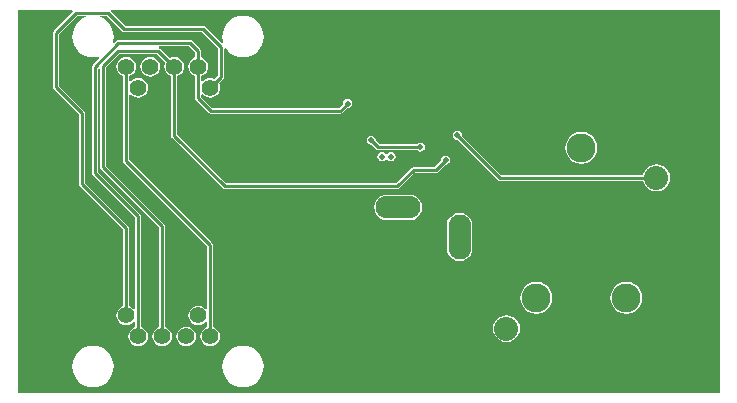
<source format=gbl>
G04*
G04 #@! TF.GenerationSoftware,Altium Limited,Altium Designer,20.2.3 (150)*
G04*
G04 Layer_Physical_Order=4*
G04 Layer_Color=16711680*
%FSLAX25Y25*%
%MOIN*%
G70*
G04*
G04 #@! TF.SameCoordinates,D589E21F-5B4D-4C87-A750-38AF030900ED*
G04*
G04*
G04 #@! TF.FilePolarity,Positive*
G04*
G01*
G75*
%ADD10C,0.01000*%
%ADD38C,0.08200*%
%ADD39C,0.05500*%
%ADD40C,0.08000*%
%ADD41C,0.09600*%
%ADD42O,0.07480X0.14961*%
%ADD43O,0.14961X0.07480*%
%ADD44C,0.02000*%
G36*
X294256Y40390D02*
X60075D01*
Y168272D01*
X78328D01*
X78535Y167772D01*
X72114Y161351D01*
X71893Y161020D01*
X71815Y160630D01*
Y142520D01*
X71893Y142130D01*
X72114Y141799D01*
X80476Y133436D01*
Y110236D01*
X80554Y109846D01*
X80775Y109515D01*
X95217Y95074D01*
Y69466D01*
X94597Y69209D01*
X93918Y68688D01*
X93397Y68009D01*
X93070Y67219D01*
X92958Y66370D01*
X93070Y65522D01*
X93397Y64731D01*
X93918Y64052D01*
X94597Y63531D01*
X95388Y63204D01*
X96236Y63092D01*
X97085Y63204D01*
X97875Y63531D01*
X98554Y64052D01*
X98717Y64264D01*
X99217Y64094D01*
Y62466D01*
X98597Y62209D01*
X97918Y61688D01*
X97397Y61009D01*
X97070Y60219D01*
X96958Y59370D01*
X97070Y58522D01*
X97397Y57731D01*
X97918Y57052D01*
X98597Y56531D01*
X99388Y56204D01*
X100236Y56092D01*
X101085Y56204D01*
X101875Y56531D01*
X102554Y57052D01*
X103075Y57731D01*
X103403Y58522D01*
X103514Y59370D01*
X103403Y60219D01*
X103075Y61009D01*
X102554Y61688D01*
X101875Y62209D01*
X101256Y62466D01*
Y99370D01*
X101178Y99760D01*
X100957Y100091D01*
X86846Y114202D01*
Y148646D01*
X87063Y148815D01*
X87563Y148570D01*
Y115748D01*
X87641Y115358D01*
X87862Y115027D01*
X107217Y95672D01*
Y62466D01*
X106597Y62209D01*
X105918Y61688D01*
X105397Y61009D01*
X105070Y60219D01*
X104958Y59370D01*
X105070Y58522D01*
X105397Y57731D01*
X105918Y57052D01*
X106597Y56531D01*
X107388Y56204D01*
X108236Y56092D01*
X109085Y56204D01*
X109875Y56531D01*
X110554Y57052D01*
X111075Y57731D01*
X111403Y58522D01*
X111514Y59370D01*
X111403Y60219D01*
X111075Y61009D01*
X110554Y61688D01*
X109875Y62209D01*
X109256Y62466D01*
Y96095D01*
X109178Y96485D01*
X108957Y96815D01*
X89602Y116170D01*
Y149184D01*
X94028Y153610D01*
X106476D01*
X109326Y150759D01*
X109070Y150140D01*
X108958Y149291D01*
X109070Y148443D01*
X109397Y147652D01*
X109918Y146973D01*
X110597Y146452D01*
X111217Y146196D01*
Y126347D01*
X111294Y125956D01*
X111515Y125626D01*
X128413Y108728D01*
X128744Y108507D01*
X129134Y108429D01*
X186614D01*
X187004Y108507D01*
X187335Y108728D01*
X192548Y113941D01*
X199606D01*
X199996Y114019D01*
X200327Y114240D01*
X202683Y116595D01*
X202756Y116581D01*
X203341Y116697D01*
X203837Y117029D01*
X204169Y117525D01*
X204285Y118110D01*
X204169Y118695D01*
X203837Y119192D01*
X203341Y119523D01*
X202756Y119640D01*
X202171Y119523D01*
X201675Y119192D01*
X201343Y118695D01*
X201226Y118110D01*
X201241Y118037D01*
X199184Y115980D01*
X192126D01*
X191736Y115903D01*
X191405Y115682D01*
X186192Y110468D01*
X129556D01*
X113256Y126769D01*
Y146196D01*
X113875Y146452D01*
X114554Y146973D01*
X115075Y147652D01*
X115403Y148443D01*
X115514Y149291D01*
X115403Y150140D01*
X115075Y150930D01*
X114554Y151609D01*
X113875Y152130D01*
X113085Y152458D01*
X112236Y152569D01*
X111388Y152458D01*
X110768Y152201D01*
X107619Y155350D01*
X107289Y155571D01*
X107358Y156067D01*
X117294D01*
X119217Y154145D01*
Y152387D01*
X118597Y152130D01*
X117918Y151609D01*
X117397Y150930D01*
X117070Y150140D01*
X116958Y149291D01*
X117070Y148443D01*
X117397Y147652D01*
X117918Y146973D01*
X118597Y146452D01*
X119217Y146196D01*
Y138819D01*
X119294Y138429D01*
X119515Y138098D01*
X123688Y133925D01*
X124019Y133704D01*
X124409Y133626D01*
X167717D01*
X168107Y133704D01*
X168438Y133925D01*
X170006Y135493D01*
X170079Y135478D01*
X170664Y135595D01*
X171160Y135926D01*
X171492Y136423D01*
X171608Y137008D01*
X171492Y137593D01*
X171160Y138089D01*
X170664Y138421D01*
X170079Y138537D01*
X169493Y138421D01*
X168997Y138089D01*
X168666Y137593D01*
X168549Y137008D01*
X168564Y136935D01*
X167294Y135665D01*
X124832D01*
X121256Y139241D01*
Y140015D01*
X121756Y140185D01*
X121918Y139973D01*
X122597Y139453D01*
X123388Y139125D01*
X124236Y139013D01*
X125085Y139125D01*
X125875Y139453D01*
X126554Y139973D01*
X127075Y140652D01*
X127403Y141443D01*
X127514Y142291D01*
X127403Y143140D01*
X127146Y143759D01*
X128674Y145287D01*
X128895Y145618D01*
X128972Y146008D01*
Y155312D01*
X129471Y155439D01*
X130334Y154389D01*
X131384Y153526D01*
X132583Y152886D01*
X133884Y152491D01*
X135236Y152358D01*
X136589Y152491D01*
X137890Y152886D01*
X139088Y153526D01*
X140139Y154389D01*
X141001Y155439D01*
X141642Y156638D01*
X142036Y157939D01*
X142170Y159291D01*
X142036Y160644D01*
X141642Y161945D01*
X141001Y163143D01*
X140139Y164194D01*
X139088Y165056D01*
X137890Y165697D01*
X136589Y166092D01*
X135236Y166225D01*
X133884Y166092D01*
X132583Y165697D01*
X131384Y165056D01*
X130334Y164194D01*
X129471Y163143D01*
X128831Y161945D01*
X128436Y160644D01*
X128303Y159291D01*
X128436Y157939D01*
X128596Y157411D01*
X128154Y157146D01*
X122768Y162532D01*
X122437Y162753D01*
X122047Y162831D01*
X96092D01*
X91150Y167772D01*
X91357Y168272D01*
X294256D01*
X294256Y40390D01*
D02*
G37*
G36*
X94948Y161090D02*
X95279Y160869D01*
X95669Y160791D01*
X121625D01*
X126933Y155483D01*
Y146430D01*
X125704Y145201D01*
X125085Y145458D01*
X124236Y145569D01*
X123388Y145458D01*
X122597Y145130D01*
X121918Y144609D01*
X121756Y144397D01*
X121256Y144567D01*
Y146196D01*
X121875Y146452D01*
X122554Y146973D01*
X123075Y147652D01*
X123403Y148443D01*
X123514Y149291D01*
X123403Y150140D01*
X123075Y150930D01*
X122554Y151609D01*
X121875Y152130D01*
X121256Y152387D01*
Y154567D01*
X121178Y154957D01*
X120957Y155288D01*
X118438Y157808D01*
X118107Y158029D01*
X117717Y158106D01*
X93701D01*
X93311Y158029D01*
X92980Y157808D01*
X92318Y157146D01*
X91876Y157411D01*
X92036Y157939D01*
X92170Y159291D01*
X92036Y160644D01*
X91642Y161945D01*
X91001Y163143D01*
X90139Y164194D01*
X89088Y165056D01*
X87889Y165697D01*
X87539Y165803D01*
X87613Y166303D01*
X89735D01*
X94948Y161090D01*
D02*
G37*
G36*
X82933Y165803D02*
X82583Y165697D01*
X81384Y165056D01*
X80334Y164194D01*
X79471Y163143D01*
X78831Y161945D01*
X78436Y160644D01*
X78303Y159291D01*
X78436Y157939D01*
X78831Y156638D01*
X79471Y155439D01*
X80334Y154389D01*
X81384Y153526D01*
X82583Y152886D01*
X83884Y152491D01*
X85236Y152358D01*
X86589Y152491D01*
X87116Y152651D01*
X87381Y152209D01*
X85106Y149934D01*
X84885Y149603D01*
X84807Y149213D01*
Y113779D01*
X84885Y113389D01*
X85106Y113059D01*
X99217Y98948D01*
Y68646D01*
X98717Y68476D01*
X98554Y68688D01*
X97875Y69209D01*
X97256Y69466D01*
Y95496D01*
X97178Y95886D01*
X96957Y96217D01*
X82516Y110659D01*
Y133858D01*
X82438Y134248D01*
X82217Y134579D01*
X73854Y142942D01*
Y160208D01*
X79950Y166303D01*
X82859D01*
X82933Y165803D01*
D02*
G37*
%LPC*%
G36*
X104236Y152569D02*
X103388Y152458D01*
X102597Y152130D01*
X101918Y151609D01*
X101397Y150930D01*
X101070Y150140D01*
X100958Y149291D01*
X101070Y148443D01*
X101397Y147652D01*
X101918Y146973D01*
X102597Y146452D01*
X103388Y146125D01*
X104236Y146013D01*
X105085Y146125D01*
X105875Y146452D01*
X106554Y146973D01*
X107075Y147652D01*
X107403Y148443D01*
X107514Y149291D01*
X107403Y150140D01*
X107075Y150930D01*
X106554Y151609D01*
X105875Y152130D01*
X105085Y152458D01*
X104236Y152569D01*
D02*
G37*
G36*
X96236D02*
X95388Y152458D01*
X94597Y152130D01*
X93918Y151609D01*
X93397Y150930D01*
X93070Y150140D01*
X92958Y149291D01*
X93070Y148443D01*
X93397Y147652D01*
X93918Y146973D01*
X94597Y146452D01*
X95217Y146196D01*
Y117937D01*
X95294Y117547D01*
X95515Y117216D01*
X123217Y89515D01*
Y68646D01*
X122717Y68476D01*
X122554Y68688D01*
X121875Y69209D01*
X121085Y69536D01*
X120236Y69648D01*
X119388Y69536D01*
X118597Y69209D01*
X117918Y68688D01*
X117397Y68009D01*
X117070Y67219D01*
X116958Y66370D01*
X117070Y65522D01*
X117397Y64731D01*
X117918Y64052D01*
X118597Y63531D01*
X119388Y63204D01*
X120236Y63092D01*
X121085Y63204D01*
X121875Y63531D01*
X122554Y64052D01*
X122717Y64264D01*
X123217Y64094D01*
Y62466D01*
X122597Y62209D01*
X121918Y61688D01*
X121397Y61009D01*
X121070Y60219D01*
X120958Y59370D01*
X121070Y58522D01*
X121397Y57731D01*
X121918Y57052D01*
X122597Y56531D01*
X123388Y56204D01*
X124236Y56092D01*
X125085Y56204D01*
X125875Y56531D01*
X126554Y57052D01*
X127075Y57731D01*
X127403Y58522D01*
X127514Y59370D01*
X127403Y60219D01*
X127075Y61009D01*
X126554Y61688D01*
X125875Y62209D01*
X125256Y62466D01*
Y89937D01*
X125178Y90327D01*
X124957Y90658D01*
X97256Y118359D01*
Y140015D01*
X97756Y140185D01*
X97918Y139973D01*
X98597Y139453D01*
X99388Y139125D01*
X100236Y139013D01*
X101085Y139125D01*
X101875Y139453D01*
X102554Y139973D01*
X103075Y140652D01*
X103403Y141443D01*
X103514Y142291D01*
X103403Y143140D01*
X103075Y143930D01*
X102554Y144609D01*
X101875Y145130D01*
X101085Y145458D01*
X100236Y145569D01*
X99388Y145458D01*
X98597Y145130D01*
X97918Y144609D01*
X97756Y144397D01*
X97256Y144567D01*
Y146196D01*
X97875Y146452D01*
X98554Y146973D01*
X99075Y147652D01*
X99403Y148443D01*
X99514Y149291D01*
X99403Y150140D01*
X99075Y150930D01*
X98554Y151609D01*
X97875Y152130D01*
X97085Y152458D01*
X96236Y152569D01*
D02*
G37*
G36*
X177953Y126332D02*
X177367Y126216D01*
X176871Y125885D01*
X176540Y125388D01*
X176423Y124803D01*
X176540Y124218D01*
X176871Y123722D01*
X177367Y123390D01*
X177953Y123274D01*
X178026Y123288D01*
X179585Y121729D01*
X179916Y121508D01*
X180306Y121431D01*
X193257D01*
X193298Y121369D01*
X193795Y121037D01*
X194380Y120921D01*
X194965Y121037D01*
X195461Y121369D01*
X195793Y121865D01*
X195909Y122450D01*
X195793Y123035D01*
X195461Y123531D01*
X194965Y123863D01*
X194380Y123979D01*
X193795Y123863D01*
X193298Y123531D01*
X193257Y123470D01*
X180728D01*
X179468Y124730D01*
X179482Y124803D01*
X179366Y125388D01*
X179034Y125885D01*
X178538Y126216D01*
X177953Y126332D01*
D02*
G37*
G36*
X184614Y120821D02*
X184029Y120704D01*
X183533Y120373D01*
X183339Y120083D01*
X182771D01*
X182578Y120373D01*
X182081Y120704D01*
X181496Y120821D01*
X180911Y120704D01*
X180415Y120373D01*
X180083Y119877D01*
X179967Y119291D01*
X180083Y118706D01*
X180415Y118210D01*
X180911Y117878D01*
X181496Y117762D01*
X182081Y117878D01*
X182578Y118210D01*
X182771Y118500D01*
X183339D01*
X183533Y118210D01*
X184029Y117878D01*
X184614Y117762D01*
X185199Y117878D01*
X185696Y118210D01*
X186027Y118706D01*
X186144Y119291D01*
X186027Y119877D01*
X185696Y120373D01*
X185199Y120704D01*
X184614Y120821D01*
D02*
G37*
G36*
X248031Y127616D02*
X246648Y127434D01*
X245359Y126900D01*
X244251Y126050D01*
X243402Y124943D01*
X242868Y123654D01*
X242686Y122270D01*
X242868Y120887D01*
X243402Y119597D01*
X244251Y118490D01*
X245359Y117640D01*
X246648Y117106D01*
X248031Y116924D01*
X249415Y117106D01*
X250704Y117640D01*
X251812Y118490D01*
X252661Y119597D01*
X253195Y120887D01*
X253377Y122270D01*
X253195Y123654D01*
X252661Y124943D01*
X251812Y126050D01*
X250704Y126900D01*
X249415Y127434D01*
X248031Y127616D01*
D02*
G37*
G36*
X206693Y127907D02*
X206108Y127791D01*
X205611Y127459D01*
X205280Y126963D01*
X205164Y126378D01*
X205280Y125793D01*
X205611Y125296D01*
X206108Y124965D01*
X206693Y124849D01*
X206766Y124863D01*
X220080Y111549D01*
X220411Y111328D01*
X220801Y111250D01*
X268627D01*
X268647Y111095D01*
X269101Y110001D01*
X269822Y109061D01*
X270762Y108339D01*
X271857Y107886D01*
X273031Y107731D01*
X274206Y107886D01*
X275301Y108339D01*
X276241Y109061D01*
X276962Y110001D01*
X277416Y111095D01*
X277570Y112270D01*
X277416Y113445D01*
X276962Y114540D01*
X276241Y115480D01*
X275301Y116201D01*
X274206Y116654D01*
X273031Y116809D01*
X271857Y116654D01*
X270762Y116201D01*
X269822Y115480D01*
X269101Y114540D01*
X268647Y113445D01*
X268627Y113290D01*
X221223D01*
X208208Y126305D01*
X208222Y126378D01*
X208106Y126963D01*
X207774Y127459D01*
X207278Y127791D01*
X206693Y127907D01*
D02*
G37*
G36*
X190677Y106667D02*
X183197D01*
X182090Y106521D01*
X181059Y106094D01*
X180173Y105414D01*
X179493Y104528D01*
X179066Y103497D01*
X178920Y102390D01*
X179066Y101283D01*
X179493Y100251D01*
X180173Y99366D01*
X181059Y98686D01*
X182090Y98259D01*
X183197Y98113D01*
X190677D01*
X191784Y98259D01*
X192815Y98686D01*
X193701Y99366D01*
X194381Y100251D01*
X194808Y101283D01*
X194954Y102390D01*
X194808Y103497D01*
X194381Y104528D01*
X193701Y105414D01*
X192815Y106094D01*
X191784Y106521D01*
X190677Y106667D01*
D02*
G37*
G36*
X207410Y100564D02*
X206303Y100418D01*
X205271Y99991D01*
X204385Y99312D01*
X203706Y98426D01*
X203278Y97394D01*
X203133Y96287D01*
Y88807D01*
X203278Y87700D01*
X203706Y86669D01*
X204385Y85783D01*
X205271Y85103D01*
X206303Y84676D01*
X207410Y84530D01*
X208516Y84676D01*
X209548Y85103D01*
X210434Y85783D01*
X211113Y86669D01*
X211541Y87700D01*
X211686Y88807D01*
Y96287D01*
X211541Y97394D01*
X211113Y98426D01*
X210434Y99312D01*
X209548Y99991D01*
X208516Y100418D01*
X207410Y100564D01*
D02*
G37*
G36*
X263032Y77616D02*
X261648Y77434D01*
X260359Y76900D01*
X259251Y76050D01*
X258402Y74943D01*
X257868Y73654D01*
X257686Y72270D01*
X257868Y70886D01*
X258402Y69597D01*
X259251Y68490D01*
X260359Y67641D01*
X261648Y67106D01*
X263032Y66924D01*
X264415Y67106D01*
X265704Y67641D01*
X266811Y68490D01*
X267661Y69597D01*
X268195Y70886D01*
X268377Y72270D01*
X268195Y73654D01*
X267661Y74943D01*
X266811Y76050D01*
X265704Y76900D01*
X264415Y77434D01*
X263032Y77616D01*
D02*
G37*
G36*
X233032D02*
X231648Y77434D01*
X230359Y76900D01*
X229252Y76050D01*
X228402Y74943D01*
X227868Y73654D01*
X227686Y72270D01*
X227868Y70886D01*
X228402Y69597D01*
X229252Y68490D01*
X230359Y67641D01*
X231648Y67106D01*
X233032Y66924D01*
X234415Y67106D01*
X235704Y67641D01*
X236811Y68490D01*
X237661Y69597D01*
X238195Y70886D01*
X238377Y72270D01*
X238195Y73654D01*
X237661Y74943D01*
X236811Y76050D01*
X235704Y76900D01*
X234415Y77434D01*
X233032Y77616D01*
D02*
G37*
G36*
X223031Y66509D02*
X221857Y66354D01*
X220762Y65901D01*
X219822Y65180D01*
X219101Y64240D01*
X218647Y63145D01*
X218493Y61970D01*
X218647Y60795D01*
X219101Y59701D01*
X219822Y58761D01*
X220762Y58039D01*
X221857Y57586D01*
X223031Y57431D01*
X224206Y57586D01*
X225301Y58039D01*
X226241Y58761D01*
X226962Y59701D01*
X227416Y60795D01*
X227570Y61970D01*
X227416Y63145D01*
X226962Y64240D01*
X226241Y65180D01*
X225301Y65901D01*
X224206Y66354D01*
X223031Y66509D01*
D02*
G37*
G36*
X116236Y62648D02*
X115388Y62536D01*
X114597Y62209D01*
X113918Y61688D01*
X113397Y61009D01*
X113070Y60219D01*
X112958Y59370D01*
X113070Y58522D01*
X113397Y57731D01*
X113918Y57052D01*
X114597Y56531D01*
X115388Y56204D01*
X116236Y56092D01*
X117085Y56204D01*
X117875Y56531D01*
X118554Y57052D01*
X119075Y57731D01*
X119403Y58522D01*
X119514Y59370D01*
X119403Y60219D01*
X119075Y61009D01*
X118554Y61688D01*
X117875Y62209D01*
X117085Y62536D01*
X116236Y62648D01*
D02*
G37*
G36*
X135236Y56304D02*
X133884Y56170D01*
X132583Y55776D01*
X131384Y55135D01*
X130334Y54273D01*
X129471Y53222D01*
X128831Y52023D01*
X128436Y50723D01*
X128303Y49370D01*
X128436Y48017D01*
X128831Y46717D01*
X129471Y45518D01*
X130334Y44467D01*
X131384Y43605D01*
X132583Y42965D01*
X133884Y42570D01*
X135236Y42437D01*
X136589Y42570D01*
X137890Y42965D01*
X139088Y43605D01*
X140139Y44467D01*
X141001Y45518D01*
X141642Y46717D01*
X142036Y48017D01*
X142170Y49370D01*
X142036Y50723D01*
X141642Y52023D01*
X141001Y53222D01*
X140139Y54273D01*
X139088Y55135D01*
X137890Y55776D01*
X136589Y56170D01*
X135236Y56304D01*
D02*
G37*
G36*
X85236D02*
X83884Y56170D01*
X82583Y55776D01*
X81384Y55135D01*
X80334Y54273D01*
X79471Y53222D01*
X78831Y52023D01*
X78436Y50723D01*
X78303Y49370D01*
X78436Y48017D01*
X78831Y46717D01*
X79471Y45518D01*
X80334Y44467D01*
X81384Y43605D01*
X82583Y42965D01*
X83884Y42570D01*
X85236Y42437D01*
X86589Y42570D01*
X87889Y42965D01*
X89088Y43605D01*
X90139Y44467D01*
X91001Y45518D01*
X91642Y46717D01*
X92036Y48017D01*
X92170Y49370D01*
X92036Y50723D01*
X91642Y52023D01*
X91001Y53222D01*
X90139Y54273D01*
X89088Y55135D01*
X87889Y55776D01*
X86589Y56170D01*
X85236Y56304D01*
D02*
G37*
%LPD*%
D10*
X129134Y109449D02*
X186614D01*
X192126Y114961D01*
X199606D02*
X202756Y118110D01*
X192126Y114961D02*
X199606D01*
X112236Y126347D02*
X129134Y109449D01*
X220801Y112270D02*
X273031D01*
X206693Y126378D02*
X220801Y112270D01*
X88583Y115748D02*
Y149606D01*
Y115748D02*
X108236Y96095D01*
X88583Y149606D02*
X93606Y154629D01*
X106898D01*
X85827Y113779D02*
Y149213D01*
X93701Y157087D01*
X117717D01*
X106898Y154629D02*
X112236Y149291D01*
X79528Y167323D02*
X90158D01*
X95669Y161811D02*
X122047D01*
X90158Y167323D02*
X95669Y161811D01*
X122047D02*
X127953Y155905D01*
Y146008D02*
Y155905D01*
X124236Y142291D02*
X127953Y146008D01*
X81496Y110236D02*
Y133858D01*
X72835Y142520D02*
X81496Y133858D01*
X72835Y160630D02*
X79528Y167323D01*
X72835Y142520D02*
Y160630D01*
X81496Y110236D02*
X96236Y95496D01*
Y66370D02*
Y95496D01*
X180306Y122450D02*
X194380D01*
X177953Y124803D02*
X180306Y122450D01*
X167717Y134646D02*
X170079Y137008D01*
X124409Y134646D02*
X167717D01*
X120236Y138819D02*
X124409Y134646D01*
X120236Y138819D02*
Y149291D01*
X112236Y126347D02*
Y149291D01*
X117717Y157087D02*
X120236Y154567D01*
Y149291D02*
Y154567D01*
X85827Y113779D02*
X100236Y99370D01*
Y59370D02*
Y99370D01*
X96236Y117937D02*
Y149291D01*
Y117937D02*
X124236Y89937D01*
X108236Y59370D02*
Y96095D01*
X124236Y59370D02*
Y89937D01*
D38*
X78236Y145791D02*
D03*
X142236D02*
D03*
Y62870D02*
D03*
X78236D02*
D03*
D39*
X124236Y142291D02*
D03*
X120236Y149291D02*
D03*
X116236Y142291D02*
D03*
X112236Y149291D02*
D03*
X108236Y142291D02*
D03*
X104236Y149291D02*
D03*
X100236Y142291D02*
D03*
X96236Y149291D02*
D03*
Y66370D02*
D03*
X100236Y59370D02*
D03*
X104236Y66370D02*
D03*
X108236Y59370D02*
D03*
X112236Y66370D02*
D03*
X116236Y59370D02*
D03*
X120236Y66370D02*
D03*
X124236Y59370D02*
D03*
D40*
X273031Y112270D02*
D03*
X248031Y61970D02*
D03*
X223031D02*
D03*
D41*
X263032Y72270D02*
D03*
X233032D02*
D03*
X248031Y122270D02*
D03*
D42*
X207410Y92547D02*
D03*
D43*
X186937Y102390D02*
D03*
Y48453D02*
D03*
D44*
X100394Y137008D02*
D03*
X194488Y109843D02*
D03*
X182677Y112992D02*
D03*
X184614Y119291D02*
D03*
X70866Y165354D02*
D03*
X102362D02*
D03*
X110236D02*
D03*
X118110D02*
D03*
X125984D02*
D03*
X141732D02*
D03*
X149606D02*
D03*
X157480D02*
D03*
X165354D02*
D03*
X173228D02*
D03*
X181102D02*
D03*
X188976D02*
D03*
X196850D02*
D03*
X204724D02*
D03*
X212598D02*
D03*
X220472D02*
D03*
X228346D02*
D03*
X236220D02*
D03*
X244094D02*
D03*
X251968D02*
D03*
X259842D02*
D03*
X267716D02*
D03*
X275590D02*
D03*
X283464D02*
D03*
X62992D02*
D03*
X283464Y43307D02*
D03*
X275590D02*
D03*
X267716D02*
D03*
X259842D02*
D03*
X251968D02*
D03*
X244094D02*
D03*
X236220D02*
D03*
X228346D02*
D03*
X220472D02*
D03*
X212598D02*
D03*
X204724D02*
D03*
X196850D02*
D03*
X188976D02*
D03*
X181102D02*
D03*
X173228D02*
D03*
X165354D02*
D03*
X157480D02*
D03*
X149606D02*
D03*
X141732D02*
D03*
X125984D02*
D03*
X118110D02*
D03*
X110236D02*
D03*
X102362D02*
D03*
X94488D02*
D03*
X78740D02*
D03*
X70866D02*
D03*
X112992Y104724D02*
D03*
X112205Y81890D02*
D03*
X197638Y118898D02*
D03*
X189764Y119291D02*
D03*
X107480Y137008D02*
D03*
X153150Y118504D02*
D03*
X178347D02*
D03*
X128347Y118110D02*
D03*
X202756D02*
D03*
X194380Y122450D02*
D03*
X181496Y119291D02*
D03*
X175197Y131496D02*
D03*
X188583Y146850D02*
D03*
X170079Y137008D02*
D03*
X166142D02*
D03*
X177953Y124803D02*
D03*
X206693Y126378D02*
D03*
X291339Y165354D02*
D03*
Y157480D02*
D03*
Y149606D02*
D03*
Y141732D02*
D03*
Y133858D02*
D03*
Y125984D02*
D03*
Y118110D02*
D03*
Y110236D02*
D03*
Y98425D02*
D03*
Y90551D02*
D03*
Y82677D02*
D03*
Y74803D02*
D03*
Y66929D02*
D03*
Y59055D02*
D03*
Y51181D02*
D03*
Y43307D02*
D03*
Y104331D02*
D03*
X62992D02*
D03*
Y157480D02*
D03*
Y149606D02*
D03*
Y141732D02*
D03*
Y133858D02*
D03*
Y125984D02*
D03*
Y118110D02*
D03*
Y110236D02*
D03*
Y98425D02*
D03*
Y90551D02*
D03*
Y82677D02*
D03*
Y74803D02*
D03*
Y66929D02*
D03*
Y59055D02*
D03*
Y51181D02*
D03*
Y43307D02*
D03*
X265354Y148031D02*
D03*
M02*

</source>
